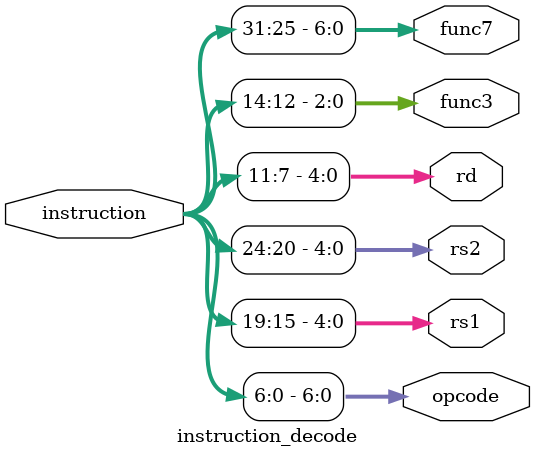
<source format=sv>
module instruction_decode (
    input logic [31:0] instruction, // 32-bit instruction input
    output logic [6:0] opcode,      // Opcode (7 bits)
    output logic [4:0] rs1,         // Source register 1 (5 bits)
    output logic [4:0] rs2,         // Source register 2 (5 bits)
    output logic [4:0] rd,          // Destination register (5 bits)
    output logic [2:0] func3,       // Function code 3 (3 bits)
    output logic [6:0] func7        // Function code 7 (7 bits)
);

    // Decode fields from the instruction
    assign opcode = instruction[6:0];      // Bits 0-6
    assign rs1    = instruction[19:15];    // Bits 15-19
    assign rs2    = instruction[24:20];    // Bits 20-24
    assign rd     = instruction[11:7];     // Bits 7-11
    assign func3  = instruction[14:12];    // Bits 12-14
    assign func7  = instruction[31:25];    // Bits 25-31

endmodule

</source>
